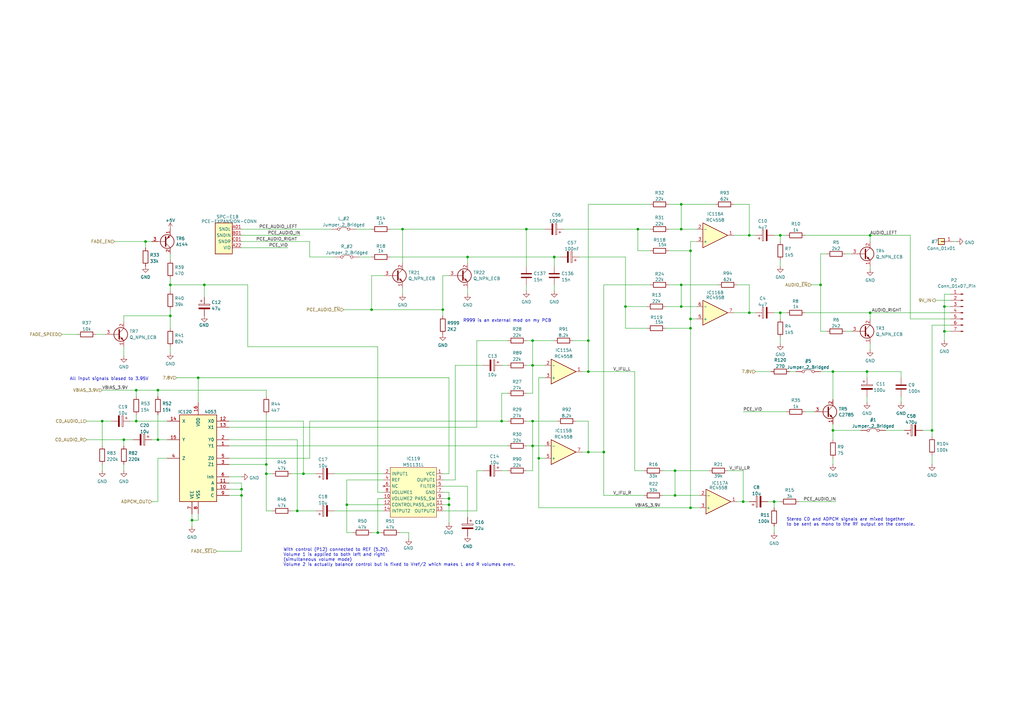
<source format=kicad_sch>
(kicad_sch (version 20250114) (generator "eeschema") (generator_version "9.0")
  (paper "A3")
  (title_block (title "NEC PC-Engine IFU-30 Main PCB") (date "2025-05-12") (rev "0.4") (company "Polykubos") (comment 1 "Author: Regis Galland") (comment 2 "NEC IFU-30 PCB reverse engineered schematics"))
  (text "All input signals biased to 3.95V\n" (at 28.575 156.21 0) (effects (font (size 1.27 1.27)) (justify left bottom)))
  (text "TR6 (A144) seems to be a pre-biased PNP transistor with 47kOhm on base.\nThis explain why there is no resistor between base pin and IC pin.\n\nIn normal operation, IC113_P79 is high and C12 charges quickly to 5V in about 75ms\nas the time constant is close to R39 * C12 = 470 * 47 * 10-6 = 22 ms\n\nWhen IC113_P79 goes low, C12 discharges via: \n1) R40 when IC113_P80 is high and TR7 is shorting R41 to ground\n	t1 = R40 * C12 = 39000 * 47 * 10-6 = 1.8s\n2) R40 and R41 as TR7 is open \n	t2 = (R40+R41) * C12 = 121000 * 47 * 10-6 = 5.687s\n\nIf we consider that it take 3 t to go to 0V, it will take 4.6s with t1 and 17s with t2.\n\nAttenuation is M51131 is almost linear at -20dB/680ms for t1 and -20dB/2190ms for t2.\nHowever attenuation does not start until VC12 drops below 4.2V which takes 310ms with t1 and 920ms with t2 and\nattenuation is a bit softer before it reaches -20dB.\n\nWith regards to register 180F, we can conclude that:\n- P81 =~{b3}; when b3 = 0 , bit2 = P80, bit1 = ~{P79}. Other bits don't do anything.\n\n" (at 19.685 -5.08 0) (effects (font (size 1.27 1.27)) (justify left bottom)))
  (text "text to paste into https://latex2png.com/ to have nice equations\n\nV_{BIAS} = \\frac{R20}{R20 + R19} \\times (9V - V_{D1} - V_{TR2 BE}) \\\\\nV_{BIAS} = \\frac{10k}{10k + 10k} \\times 7.9 \\\\\nV_{BIAS} = 1/2 \\times 7.9 \\\\\nV_{BIAS} = 3.95V\n\nIC117A calculations\n\nAt DC level\n\\frac{V_{IFUL}/R16 + V_{IFUR}/R22 + V_{IFULR}/R21}{1/R16 + 1/R22 + 1/R21} = V_{BIAS} \\\\\n\\frac{3.95/33k + 3.95/33k + V_{IFULR}/39k}{1/33k + 1/33k + 1/39k} = 3.95 \\\\\nV_{IFULR} = 39k \\times 3.95 \\times (1/11.595k - 1/33K - 1/33K) \\\\\nV_{IFULR} = 3.95V\n\nAt AC level\n\\frac{V_{IFUL}/R16 + V_{IFUR}/R22 + V_{IFULR}/R21}{1/R16 + 1/R22 + 1/R21} = 0 \\\\\nV_{IFUL}/R16 + V_{IFUR}/R22 + V_{IFULR}/R21 = 0 \\\\\nV_{IFUL}/33k + V_{IFUR}/33k + V_{IFULR}/39k = 0 \\\\\nV_{IFULR} = - V_{IFUR} \\times 39/33 - V_{IFUR} \\times 39/33\n\nGain is 39/33 = 1.18" (at 248.285 344.17 0) (effects (font (size 1.27 1.27)) (justify left bottom)))
  (text "Stereo CD and ADPCM signals are mixed together \nto be sent as mono to the RF output on the console." (at 322.58 215.9 0) (effects (font (size 1.27 1.27)) (justify left bottom)))
  (text "text to paste into https://latex2png.com/ to have nice equations\n\nIC116A & IC116B calculations\n\nAt DC level\n\\frac{V_{IFUL}/R32 + V_{BIAS}/(R118+R31) + V_{AUDIOL}/R93}{1/R32 + 1/(R118+R31) + 1/R93} = V_{BIAS} \\\\\n\\frac{3.95/22k + 3.95/(15k+22k) + V_{AUDIOL}/62k} = 3.95 \\times (1/22k + 1/(15k+22k) + 1/62) \\\\\nV_{AUDIOL} = 62k \\times 3.95 \\times (1/11.285k - 1/22K - 1/37K) \\\\\nV_{IFULR} = 3.95V\n\nAt AC level\n\\frac{V_{IFUL}/R32 + V_{PCEL}/R31 + V_{AUDIOL}/R93}{1/R32 + 1/R31 + 1/R93} = 0 \\\\\nV_{IFUL}/R32 + V_{PCEL}/R31 + V_{AUDIOL}/R93 = 0 \\\\\nV_{AUDIOL} = - R93 \\times (V_{IFUL}/R32 + V_{PCEL}/R31) \\\\\nV_{AUDIOL} = - V_{IFUL} \\times 62/22 - V_{PCEL} \\times 62/22 \\\\\n\nGain is 62/22 = 2.818\n\nMultiplied by previous gain, we get 8.2/22 * 62/22 = 1.05 close enough to 1 (by 5%)" (at 260.35 -6.35 0) (effects (font (size 1.27 1.27)) (justify left bottom)))
  (text "With control (P12) connected to REF (5.2V),\nVolume 1 is applied to both left and right\n(simultaneous volume mode)\nVolume 2 is actually balance control but is fixed to Vref/2 which makes L and R volumes even." (at 116.205 232.41 0) (effects (font (size 1.27 1.27)) (justify left bottom)))
  (text "R999 is an external mod on my PCB" (at 208.026 131.572 0) (effects (font (size 1.27 1.27))))
  (junction (at 59.69 99.06))
  (junction (at 227.33 105.41))
  (junction (at 99.06 203.2))
  (junction (at 142.24 207.01))
  (junction (at 152.4 127))
  (junction (at 320.04 96.52))
  (junction (at 184.15 204.47))
  (junction (at 279.4 116.84))
  (junction (at 218.44 172.72))
  (junction (at 320.04 128.27))
  (junction (at 276.86 203.2))
  (junction (at 83.82 116.84))
  (junction (at 55.88 172.72))
  (junction (at 341.63 152.4))
  (junction (at 283.21 134.62))
  (junction (at 341.63 176.53))
  (junction (at 336.55 116.84))
  (junction (at 181.61 127))
  (junction (at 387.35 125.73))
  (junction (at 241.3 185.42))
  (junction (at 317.5 205.74))
  (junction (at 69.85 129.54))
  (junction (at 78.74 213.36))
  (junction (at 387.35 135.89))
  (junction (at 64.77 180.34))
  (junction (at 307.34 96.52))
  (junction (at 356.87 96.52))
  (junction (at 99.06 200.66))
  (junction (at 218.44 182.88))
  (junction (at 50.8 180.34))
  (junction (at 382.27 176.53))
  (junction (at 279.4 125.73))
  (junction (at 64.77 160.02))
  (junction (at 124.46 194.31))
  (junction (at 55.88 160.02))
  (junction (at 154.94 218.44))
  (junction (at 220.98 187.96))
  (junction (at 215.9 93.98))
  (junction (at 356.87 128.27))
  (junction (at 279.4 93.98))
  (junction (at 276.86 193.04))
  (junction (at 304.8 205.74))
  (junction (at 191.77 105.41))
  (junction (at 283.21 130.81))
  (junction (at 307.34 128.27))
  (junction (at 256.54 125.73))
  (junction (at 218.44 139.7))
  (junction (at 261.62 93.98))
  (junction (at 41.91 172.72))
  (junction (at 205.74 172.72))
  (junction (at 109.22 194.31))
  (junction (at 184.15 207.01))
  (junction (at 283.21 208.28))
  (junction (at 81.28 154.94))
  (junction (at 69.85 116.84))
  (junction (at 165.1 93.98))
  (junction (at 283.21 102.87))
  (junction (at 241.3 139.7))
  (junction (at 218.44 149.86))
  (junction (at 121.92 209.55))
  (junction (at 247.65 185.42))
  (junction (at 241.3 152.4))
  (junction (at 279.4 83.82))
  (junction (at 355.6 152.4))
  (junction (at 109.22 190.5))
  (wire (pts (xy 64.77 160.02) (xy 64.77 162.56)))
  (wire (pts (xy 64.77 187.96) (xy 68.58 187.96)))
  (wire (pts (xy 195.58 193.04) (xy 198.12 193.04)))
  (wire (pts (xy 83.82 116.84) (xy 83.82 121.92)))
  (wire (pts (xy 320.04 140.97) (xy 320.04 138.43)))
  (wire (pts (xy 160.02 105.41) (xy 191.77 105.41)))
  (wire (pts (xy 78.74 213.36) (xy 81.28 213.36)))
  (wire (pts (xy 215.9 172.72) (xy 218.44 172.72)))
  (wire (pts (xy 279.4 83.82) (xy 279.4 93.98)))
  (wire (pts (xy 99.06 203.2) (xy 99.06 200.66)))
  (wire (pts (xy 326.39 152.4) (xy 323.85 152.4)))
  (wire (pts (xy 215.9 93.98) (xy 215.9 109.22)))
  (wire (pts (xy 241.3 185.42) (xy 238.76 185.42)))
  (wire (pts (xy 78.74 213.36) (xy 78.74 215.9)))
  (wire (pts (xy 247.65 116.84) (xy 247.65 185.42)))
  (wire (pts (xy 317.5 215.9) (xy 317.5 218.44)))
  (wire (pts (xy 184.15 204.47) (xy 184.15 207.01)))
  (wire (pts (xy 307.34 128.27) (xy 309.88 128.27)))
  (wire (pts (xy 181.61 204.47) (xy 184.15 204.47)))
  (wire (pts (xy 241.3 172.72) (xy 241.3 185.42)))
  (wire (pts (xy 184.15 201.93) (xy 184.15 204.47)))
  (wire (pts (xy 317.5 205.74) (xy 320.04 205.74)))
  (wire (pts (xy 320.04 128.27) (xy 322.58 128.27)))
  (wire (pts (xy 157.48 201.93) (xy 154.94 201.93)))
  (wire (pts (xy 336.55 135.89) (xy 339.09 135.89)))
  (wire (pts (xy 109.22 190.5) (xy 109.22 194.31)))
  (wire (pts (xy 336.55 152.4) (xy 341.63 152.4)))
  (wire (pts (xy 184.15 194.31) (xy 181.61 194.31)))
  (wire (pts (xy 283.21 130.81) (xy 283.21 134.62)))
  (wire (pts (xy 231.14 93.98) (xy 261.62 93.98)))
  (wire (pts (xy 69.85 116.84) (xy 69.85 119.38)))
  (wire (pts (xy 167.64 218.44) (xy 167.64 220.98)))
  (wire (pts (xy 241.3 139.7) (xy 241.3 152.4)))
  (wire (pts (xy 191.77 118.11) (xy 191.77 120.65)))
  (wire (pts (xy 304.8 193.04) (xy 304.8 205.74)))
  (wire (pts (xy 356.87 128.27) (xy 356.87 130.81)))
  (wire (pts (xy 81.28 154.94) (xy 81.28 165.1)))
  (wire (pts (xy 271.78 203.2) (xy 276.86 203.2)))
  (wire (pts (xy 50.8 129.54) (xy 69.85 129.54)))
  (wire (pts (xy 205.74 161.29) (xy 205.74 172.72)))
  (wire (pts (xy 69.85 127) (xy 69.85 129.54)))
  (wire (pts (xy 127 187.96) (xy 127 172.72)))
  (wire (pts (xy 181.61 127) (xy 181.61 129.54)))
  (wire (pts (xy 195.58 209.55) (xy 195.58 193.04)))
  (wire (pts (xy 152.4 218.44) (xy 154.94 218.44)))
  (wire (pts (xy 238.76 152.4) (xy 241.3 152.4)))
  (wire (pts (xy 304.8 205.74) (xy 307.34 205.74)))
  (wire (pts (xy 50.8 146.05) (xy 50.8 142.24)))
  (wire (pts (xy 88.9 226.06) (xy 99.06 226.06)))
  (wire (pts (xy 320.04 128.27) (xy 320.04 130.81)))
  (wire (pts (xy 387.35 120.65) (xy 387.35 125.73)))
  (wire (pts (xy 330.2 168.91) (xy 334.01 168.91)))
  (wire (pts (xy 302.26 116.84) (xy 307.34 116.84)))
  (wire (pts (xy 316.23 152.4) (xy 309.88 152.4)))
  (wire (pts (xy 215.9 161.29) (xy 218.44 161.29)))
  (wire (pts (xy 356.87 140.97) (xy 356.87 143.51)))
  (wire (pts (xy 355.6 152.4) (xy 355.6 154.94)))
  (wire (pts (xy 81.28 154.94) (xy 184.15 154.94)))
  (wire (pts (xy 279.4 125.73) (xy 285.75 125.73)))
  (wire (pts (xy 241.3 152.4) (xy 260.35 152.4)))
  (wire (pts (xy 369.57 152.4) (xy 355.6 152.4)))
  (wire (pts (xy 387.35 135.89) (xy 387.35 139.7)))
  (wire (pts (xy 389.89 135.89) (xy 387.35 135.89)))
  (wire (pts (xy 142.24 196.85) (xy 157.48 196.85)))
  (wire (pts (xy 260.35 193.04) (xy 264.16 193.04)))
  (wire (pts (xy 55.88 160.02) (xy 55.88 162.56)))
  (wire (pts (xy 307.34 96.52) (xy 309.88 96.52)))
  (wire (pts (xy 93.98 203.2) (xy 99.06 203.2)))
  (wire (pts (xy 152.4 127) (xy 140.97 127)))
  (wire (pts (xy 55.88 172.72) (xy 68.58 172.72)))
  (wire (pts (xy 363.22 176.53) (xy 370.84 176.53)))
  (wire (pts (xy 215.9 119.38) (xy 215.9 116.84)))
  (wire (pts (xy 236.22 172.72) (xy 241.3 172.72)))
  (wire (pts (xy 355.6 162.56) (xy 355.6 165.1)))
  (wire (pts (xy 93.98 187.96) (xy 127 187.96)))
  (wire (pts (xy 83.82 116.84) (xy 101.6 116.84)))
  (wire (pts (xy 356.87 128.27) (xy 389.89 128.27)))
  (wire (pts (xy 186.69 196.85) (xy 186.69 149.86)))
  (wire (pts (xy 234.95 139.7) (xy 241.3 139.7)))
  (wire (pts (xy 279.4 93.98) (xy 285.75 93.98)))
  (wire (pts (xy 382.27 133.35) (xy 389.89 133.35)))
  (wire (pts (xy 369.57 152.4) (xy 369.57 154.94)))
  (wire (pts (xy 93.98 172.72) (xy 124.46 172.72)))
  (wire (pts (xy 191.77 212.09) (xy 191.77 199.39)))
  (wire (pts (xy 124.46 172.72) (xy 124.46 194.31)))
  (wire (pts (xy 205.74 161.29) (xy 208.28 161.29)))
  (wire (pts (xy 109.22 209.55) (xy 111.76 209.55)))
  (wire (pts (xy 389.89 123.19) (xy 383.54 123.19)))
  (wire (pts (xy 336.55 116.84) (xy 336.55 135.89)))
  (wire (pts (xy 119.38 209.55) (xy 121.92 209.55)))
  (wire (pts (xy 273.05 134.62) (xy 283.21 134.62)))
  (wire (pts (xy 69.85 114.3) (xy 69.85 116.84)))
  (wire (pts (xy 208.28 149.86) (xy 205.74 149.86)))
  (wire (pts (xy 317.5 205.74) (xy 317.5 208.28)))
  (wire (pts (xy 109.22 160.02) (xy 109.22 162.56)))
  (wire (pts (xy 293.37 83.82) (xy 279.4 83.82)))
  (wire (pts (xy 137.16 194.31) (xy 157.48 194.31)))
  (wire (pts (xy 72.39 154.94) (xy 81.28 154.94)))
  (wire (pts (xy 50.8 182.88) (xy 50.8 180.34)))
  (wire (pts (xy 69.85 116.84) (xy 83.82 116.84)))
  (wire (pts (xy 215.9 182.88) (xy 218.44 182.88)))
  (wire (pts (xy 283.21 208.28) (xy 283.21 134.62)))
  (wire (pts (xy 274.32 116.84) (xy 279.4 116.84)))
  (wire (pts (xy 247.65 203.2) (xy 264.16 203.2)))
  (wire (pts (xy 298.45 193.04) (xy 304.8 193.04)))
  (wire (pts (xy 218.44 149.86) (xy 218.44 161.29)))
  (wire (pts (xy 307.34 83.82) (xy 307.34 96.52)))
  (wire (pts (xy 62.23 205.74) (xy 64.77 205.74)))
  (wire (pts (xy 186.69 149.86) (xy 198.12 149.86)))
  (wire (pts (xy 142.24 207.01) (xy 157.48 207.01)))
  (wire (pts (xy 256.54 105.41) (xy 256.54 125.73)))
  (wire (pts (xy 256.54 105.41) (xy 237.49 105.41)))
  (wire (pts (xy 93.98 180.34) (xy 121.92 180.34)))
  (wire (pts (xy 339.09 104.14) (xy 336.55 104.14)))
  (wire (pts (xy 127 105.41) (xy 137.16 105.41)))
  (wire (pts (xy 349.25 104.14) (xy 346.71 104.14)))
  (wire (pts (xy 142.24 207.01) (xy 142.24 196.85)))
  (wire (pts (xy 387.35 125.73) (xy 387.35 135.89)))
  (wire (pts (xy 157.48 113.03) (xy 152.4 113.03)))
  (wire (pts (xy 330.2 96.52) (xy 356.87 96.52)))
  (wire (pts (xy 25.4 137.16) (xy 31.75 137.16)))
  (wire (pts (xy 266.7 83.82) (xy 241.3 83.82)))
  (wire (pts (xy 276.86 193.04) (xy 290.83 193.04)))
  (wire (pts (xy 165.1 93.98) (xy 165.1 107.95)))
  (wire (pts (xy 247.65 185.42) (xy 247.65 203.2)))
  (wire (pts (xy 152.4 113.03) (xy 152.4 127)))
  (wire (pts (xy 39.37 137.16) (xy 43.18 137.16)))
  (wire (pts (xy 142.24 218.44) (xy 144.78 218.44)))
  (wire (pts (xy 218.44 139.7) (xy 218.44 149.86)))
  (wire (pts (xy 147.32 105.41) (xy 152.4 105.41)))
  (wire (pts (xy 142.24 207.01) (xy 142.24 218.44)))
  (wire (pts (xy 285.75 99.06) (xy 283.21 99.06)))
  (wire (pts (xy 307.34 116.84) (xy 307.34 128.27)))
  (wire (pts (xy 389.89 120.65) (xy 387.35 120.65)))
  (wire (pts (xy 349.25 135.89) (xy 346.71 135.89)))
  (wire (pts (xy 184.15 214.63) (xy 184.15 207.01)))
  (wire (pts (xy 218.44 172.72) (xy 218.44 182.88)))
  (wire (pts (xy 124.46 194.31) (xy 129.54 194.31)))
  (wire (pts (xy 191.77 105.41) (xy 191.77 107.95)))
  (wire (pts (xy 146.05 93.98) (xy 152.4 93.98)))
  (wire (pts (xy 274.32 93.98) (xy 279.4 93.98)))
  (wire (pts (xy 227.33 105.41) (xy 227.33 109.22)))
  (wire (pts (xy 300.99 96.52) (xy 307.34 96.52)))
  (wire (pts (xy 322.58 96.52) (xy 320.04 96.52)))
  (wire (pts (xy 227.33 116.84) (xy 227.33 119.38)))
  (wire (pts (xy 320.04 96.52) (xy 320.04 99.06)))
  (wire (pts (xy 181.61 113.03) (xy 184.15 113.03)))
  (wire (pts (xy 181.61 207.01) (xy 184.15 207.01)))
  (wire (pts (xy 41.91 182.88) (xy 41.91 172.72)))
  (wire (pts (xy 218.44 149.86) (xy 215.9 149.86)))
  (wire (pts (xy 256.54 125.73) (xy 256.54 134.62)))
  (wire (pts (xy 93.98 198.12) (xy 99.06 198.12)))
  (wire (pts (xy 320.04 106.68) (xy 320.04 109.22)))
  (wire (pts (xy 99.06 101.6) (xy 118.11 101.6)))
  (wire (pts (xy 99.06 203.2) (xy 99.06 226.06)))
  (wire (pts (xy 93.98 190.5) (xy 109.22 190.5)))
  (wire (pts (xy 64.77 160.02) (xy 109.22 160.02)))
  (wire (pts (xy 382.27 176.53) (xy 378.46 176.53)))
  (wire (pts (xy 327.66 205.74) (xy 342.9 205.74)))
  (wire (pts (xy 387.35 125.73) (xy 389.89 125.73)))
  (wire (pts (xy 55.88 170.18) (xy 55.88 172.72)))
  (wire (pts (xy 274.32 102.87) (xy 283.21 102.87)))
  (wire (pts (xy 341.63 176.53) (xy 341.63 180.34)))
  (wire (pts (xy 336.55 104.14) (xy 336.55 116.84)))
  (wire (pts (xy 101.6 116.84) (xy 101.6 142.24)))
  (wire (pts (xy 273.05 125.73) (xy 279.4 125.73)))
  (wire (pts (xy 69.85 129.54) (xy 69.85 134.62)))
  (wire (pts (xy 283.21 99.06) (xy 283.21 102.87)))
  (wire (pts (xy 279.4 116.84) (xy 279.4 125.73)))
  (wire (pts (xy 181.61 201.93) (xy 184.15 201.93)))
  (wire (pts (xy 93.98 182.88) (xy 208.28 182.88)))
  (wire (pts (xy 93.98 195.58) (xy 99.06 195.58)))
  (wire (pts (xy 64.77 180.34) (xy 68.58 180.34)))
  (wire (pts (xy 300.99 128.27) (xy 307.34 128.27)))
  (wire (pts (xy 109.22 194.31) (xy 111.76 194.31)))
  (wire (pts (xy 181.61 199.39) (xy 191.77 199.39)))
  (wire (pts (xy 218.44 172.72) (xy 228.6 172.72)))
  (wire (pts (xy 41.91 190.5) (xy 41.91 193.04)))
  (wire (pts (xy 317.5 128.27) (xy 320.04 128.27)))
  (wire (pts (xy 208.28 139.7) (xy 195.58 139.7)))
  (wire (pts (xy 127 99.06) (xy 127 105.41)))
  (wire (pts (xy 62.23 99.06) (xy 59.69 99.06)))
  (wire (pts (xy 46.99 99.06) (xy 59.69 99.06)))
  (wire (pts (xy 62.23 180.34) (xy 64.77 180.34)))
  (wire (pts (xy 64.77 205.74) (xy 64.77 187.96)))
  (wire (pts (xy 220.98 154.94) (xy 220.98 187.96)))
  (wire (pts (xy 64.77 170.18) (xy 64.77 180.34)))
  (wire (pts (xy 274.32 83.82) (xy 279.4 83.82)))
  (wire (pts (xy 160.02 93.98) (xy 165.1 93.98)))
  (wire (pts (xy 369.57 162.56) (xy 369.57 165.1)))
  (wire (pts (xy 241.3 83.82) (xy 241.3 139.7)))
  (wire (pts (xy 314.96 205.74) (xy 317.5 205.74)))
  (wire (pts (xy 332.74 116.84) (xy 336.55 116.84)))
  (wire (pts (xy 215.9 139.7) (xy 218.44 139.7)))
  (wire (pts (xy 266.7 116.84) (xy 247.65 116.84)))
  (wire (pts (xy 154.94 142.24) (xy 154.94 201.93)))
  (wire (pts (xy 109.22 170.18) (xy 109.22 190.5)))
  (wire (pts (xy 271.78 193.04) (xy 276.86 193.04)))
  (wire (pts (xy 260.35 152.4) (xy 260.35 193.04)))
  (wire (pts (xy 50.8 180.34) (xy 54.61 180.34)))
  (wire (pts (xy 81.28 213.36) (xy 81.28 210.82)))
  (wire (pts (xy 69.85 104.14) (xy 69.85 106.68)))
  (wire (pts (xy 127 172.72) (xy 205.74 172.72)))
  (wire (pts (xy 341.63 176.53) (xy 353.06 176.53)))
  (wire (pts (xy 41.91 172.72) (xy 45.72 172.72)))
  (wire (pts (xy 256.54 125.73) (xy 265.43 125.73)))
  (wire (pts (xy 373.38 130.81) (xy 389.89 130.81)))
  (wire (pts (xy 241.3 185.42) (xy 247.65 185.42)))
  (wire (pts (xy 215.9 193.04) (xy 218.44 193.04)))
  (wire (pts (xy 382.27 186.69) (xy 382.27 190.5)))
  (wire (pts (xy 35.56 172.72) (xy 41.91 172.72)))
  (wire (pts (xy 165.1 93.98) (xy 215.9 93.98)))
  (wire (pts (xy 53.34 172.72) (xy 55.88 172.72)))
  (wire (pts (xy 35.56 180.34) (xy 50.8 180.34)))
  (wire (pts (xy 99.06 99.06) (xy 127 99.06)))
  (wire (pts (xy 382.27 176.53) (xy 382.27 179.07)))
  (wire (pts (xy 78.74 210.82) (xy 78.74 213.36)))
  (wire (pts (xy 283.21 102.87) (xy 283.21 130.81)))
  (wire (pts (xy 341.63 152.4) (xy 355.6 152.4)))
  (wire (pts (xy 154.94 204.47) (xy 154.94 218.44)))
  (wire (pts (xy 223.52 187.96) (xy 220.98 187.96)))
  (wire (pts (xy 373.38 96.52) (xy 356.87 96.52)))
  (wire (pts (xy 223.52 149.86) (xy 218.44 149.86)))
  (wire (pts (xy 109.22 194.31) (xy 109.22 209.55)))
  (wire (pts (xy 227.33 105.41) (xy 229.87 105.41)))
  (wire (pts (xy 266.7 93.98) (xy 261.62 93.98)))
  (wire (pts (xy 373.38 130.81) (xy 373.38 96.52)))
  (wire (pts (xy 121.92 180.34) (xy 121.92 209.55)))
  (wire (pts (xy 220.98 187.96) (xy 220.98 208.28)))
  (wire (pts (xy 218.44 193.04) (xy 218.44 182.88)))
  (wire (pts (xy 181.61 196.85) (xy 186.69 196.85)))
  (wire (pts (xy 261.62 93.98) (xy 261.62 102.87)))
  (wire (pts (xy 304.8 168.91) (xy 322.58 168.91)))
  (wire (pts (xy 50.8 129.54) (xy 50.8 132.08)))
  (wire (pts (xy 218.44 182.88) (xy 223.52 182.88)))
  (wire (pts (xy 341.63 187.96) (xy 341.63 190.5)))
  (wire (pts (xy 137.16 209.55) (xy 157.48 209.55)))
  (wire (pts (xy 215.9 93.98) (xy 223.52 93.98)))
  (wire (pts (xy 69.85 144.78) (xy 69.85 142.24)))
  (wire (pts (xy 279.4 116.84) (xy 294.64 116.84)))
  (wire (pts (xy 392.43 99.06) (xy 391.16 99.06)))
  (wire (pts (xy 265.43 134.62) (xy 256.54 134.62)))
  (wire (pts (xy 283.21 130.81) (xy 285.75 130.81)))
  (wire (pts (xy 302.26 205.74) (xy 304.8 205.74)))
  (wire (pts (xy 184.15 154.94) (xy 184.15 194.31)))
  (wire (pts (xy 99.06 200.66) (xy 93.98 200.66)))
  (wire (pts (xy 356.87 109.22) (xy 356.87 110.49)))
  (wire (pts (xy 208.28 193.04) (xy 205.74 193.04)))
  (wire (pts (xy 181.61 209.55) (xy 195.58 209.55)))
  (wire (pts (xy 223.52 154.94) (xy 220.98 154.94)))
  (wire (pts (xy 101.6 142.24) (xy 154.94 142.24)))
  (wire (pts (xy 165.1 118.11) (xy 165.1 120.65)))
  (wire (pts (xy 119.38 194.31) (xy 124.46 194.31)))
  (wire (pts (xy 121.92 209.55) (xy 129.54 209.55)))
  (wire (pts (xy 167.64 218.44) (xy 163.83 218.44)))
  (wire (pts (xy 99.06 96.52) (xy 123.19 96.52)))
  (wire (pts (xy 276.86 193.04) (xy 276.86 203.2)))
  (wire (pts (xy 220.98 208.28) (xy 283.21 208.28)))
  (wire (pts (xy 154.94 218.44) (xy 156.21 218.44)))
  (wire (pts (xy 382.27 176.53) (xy 382.27 133.35)))
  (wire (pts (xy 341.63 152.4) (xy 341.63 163.83)))
  (wire (pts (xy 152.4 127) (xy 181.61 127)))
  (wire (pts (xy 356.87 96.52) (xy 356.87 99.06)))
  (wire (pts (xy 195.58 139.7) (xy 195.58 175.26)))
  (wire (pts (xy 330.2 128.27) (xy 356.87 128.27)))
  (wire (pts (xy 341.63 173.99) (xy 341.63 176.53)))
  (wire (pts (xy 300.99 83.82) (xy 307.34 83.82)))
  (wire (pts (xy 191.77 105.41) (xy 227.33 105.41)))
  (wire (pts (xy 50.8 193.04) (xy 50.8 190.5)))
  (wire (pts (xy 181.61 127) (xy 181.61 113.03)))
  (wire (pts (xy 283.21 208.28) (xy 287.02 208.28)))
  (wire (pts (xy 276.86 203.2) (xy 287.02 203.2)))
  (wire (pts (xy 205.74 172.72) (xy 208.28 172.72)))
  (wire (pts (xy 261.62 102.87) (xy 266.7 102.87)))
  (wire (pts (xy 59.69 99.06) (xy 59.69 101.6)))
  (wire (pts (xy 157.48 204.47) (xy 154.94 204.47)))
  (wire (pts (xy 93.98 175.26) (xy 195.58 175.26)))
  (wire (pts (xy 99.06 93.98) (xy 135.89 93.98)))
  (wire (pts (xy 41.91 160.02) (xy 55.88 160.02)))
  (wire (pts (xy 218.44 139.7) (xy 227.33 139.7)))
  (wire (pts (xy 55.88 160.02) (xy 64.77 160.02)))
  (wire (pts (xy 99.06 198.12) (xy 99.06 200.66)))
  (wire (pts (xy 317.5 96.52) (xy 320.04 96.52)))
  (label "PCE_VID" (at 304.8 168.91 0))
  (label "PCE_AUDIO_IN" (at 123.19 96.52 180))
  (label "VBIAS_3.9V" (at 260.35 208.28 0))
  (label "PCE_VID" (at 118.11 101.6 180))
  (label "V_IFU_LR" (at 299.085 193.04 0))
  (label "PCE_AUDIO_IN" (at 342.9 205.74 180))
  (label "AUDIO_LEFT" (at 356.87 96.52 0))
  (label "V_IFU_L" (at 251.46 152.4 0))
  (label "PCE_AUDIO_LEFT" (at 121.92 93.98 180))
  (label "PCE_AUDIO_RIGHT" (at 121.92 99.06 180))
  (label "AUDIO_RIGHT" (at 357.505 128.27 0))
  (label "VBIAS_3.9V" (at 41.91 160.02 0))
  (label "V_IFU_R" (at 251.46 203.2 0))
  (hierarchical_label "AUDIO_~{EN}" (shape input) (at 332.74 116.84 180))
  (hierarchical_label "7.8V" (shape input) (at 309.88 152.4 180))
  (hierarchical_label "CD_AUDIO_L" (shape input) (at 35.56 172.72 180))
  (hierarchical_label "FADE_EN" (shape input) (at 46.99 99.06 180))
  (hierarchical_label "FADE_~{SEL}" (shape input) (at 88.9 226.06 180))
  (hierarchical_label "ADPCM_OUT" (shape input) (at 62.23 205.74 180))
  (hierarchical_label "CD_AUDIO_R" (shape input) (at 35.56 180.34 180))
  (hierarchical_label "PCE_AUDIO_~{EN}" (shape input) (at 140.97 127 180))
  (hierarchical_label "VBIAS_3.9V" (shape input) (at 41.91 160.02 180))
  (hierarchical_label "9V_IN" (shape output) (at 383.54 123.19 180))
  (hierarchical_label "7.8V" (shape input) (at 72.39 154.94 180))
  (hierarchical_label "FADE_SPEED" (shape input) (at 25.4 137.16 180))
  (symbol (lib_id "Amplifier_Operational:RC4558") (at 294.64 205.74 0) (mirror x) (unit 1)
    (property "Reference" "IC117" (at 295.275 198.12 0))
    (property "Value" "RC4558" (at 294.64 200.025 0))
    (property "Datasheet" "http://www.ti.com/lit/ds/symlink/rc4558.pdf" (effects (hide yes)))
    (property "Description" "Dual General Purpose, Operational Amplifier, DIP-8/SOIC-8/SSOP-8" (effects (hide yes)))
  )
  (symbol (lib_id "Device:R") (at 342.9 135.89 270) (unit 1)
    (property "Reference" "R6" (at 342.9 131.1742 90))
    (property "Value" "2k2" (at 342.9 133.7111 90))
    (property "Description" "Resistor" (effects (hide yes)))
  )
  (symbol (lib_id "power:GND") (at 387.35 139.7 0) (unit 1)
    (property "Reference" "#PWR0201" (effects (hide yes)))
    (property "Value" "GND" (at 387.35 144.1434 0))
    (property "Description" "Power symbol creates a global label with name \"GND\" , ground" (effects (hide yes)))
  )
  (symbol (lib_id "Device:R") (at 320.04 102.87 0) (unit 1)
    (property "Reference" "R7" (at 321.818 102.0353 0) (effects (justify left)))
    (property "Value" "1k5" (at 321.818 104.5722 0) (effects (justify left)))
    (property "Description" "Resistor" (effects (hide yes)))
  )
  (symbol (lib_id "Transistor_BJT:Q_NPN_ECB") (at 354.33 104.14 0) (unit 1)
    (property "Reference" "TR4" (at 359.1814 102.9278 0) (effects (justify left)))
    (property "Value" "Q_NPN_ECB" (at 359.1814 105.3521 0) (effects (justify left)))
    (property "Description" "NPN transistor, emitter/collector/base" (effects (hide yes)))
  )
  (symbol (lib_id "Device:R") (at 298.45 116.84 90) (unit 1)
    (property "Reference" "R94" (at 298.45 112.1242 90))
    (property "Value" "62k" (at 298.45 114.6611 90))
    (property "Description" "Resistor" (effects (hide yes)))
  )
  (symbol (lib_id "Device:R") (at 55.88 166.37 180) (unit 1)
    (property "Reference" "R53" (at 57.658 165.5353 0) (effects (justify right)))
    (property "Value" "15k" (at 57.658 168.0722 0) (effects (justify right)))
    (property "Description" "Resistor" (effects (hide yes)))
  )
  (symbol (lib_id "power:GND") (at 191.77 120.65 0) (unit 1)
    (property "Reference" "#PWR0207" (effects (hide yes)))
    (property "Value" "GND" (at 191.77 125.0934 0))
    (property "Description" "Power symbol creates a global label with name \"GND\" , ground" (effects (hide yes)))
  )
  (symbol (lib_id "4xxx:4053") (at 81.28 187.96 0) (mirror y) (unit 1)
    (property "Reference" "IC120" (at 73.025 168.91 0) (effects (justify right)))
    (property "Value" "4053" (at 83.82 168.91 0) (effects (justify right)))
    (property "Datasheet" "http://www.intersil.com/content/dam/Intersil/documents/cd40/cd4051bms-52bms-53bms.pdf" (effects (hide yes)))
    (property "Description" "Triple analog Multiplexer 2 to 1 line" (effects (hide yes)))
  )
  (symbol (lib_id "power:GND") (at 191.77 219.71 0) (unit 1)
    (property "Reference" "#PWR0194" (effects (hide yes)))
    (property "Value" "GND" (at 191.77 224.1534 0))
    (property "Description" "Power symbol creates a global label with name \"GND\" , ground" (effects (hide yes)))
  )
  (symbol (lib_id "Device:R") (at 297.18 83.82 90) (unit 1)
    (property "Reference" "R93" (at 297.18 79.1042 90))
    (property "Value" "62k" (at 297.18 81.6411 90))
    (property "Description" "Resistor" (effects (hide yes)))
  )
  (symbol (lib_id "Device:R") (at 212.09 149.86 270) (unit 1)
    (property "Reference" "R89" (at 210.185 144.78 90) (effects (justify left)))
    (property "Value" "22k" (at 210.185 147.32 90) (effects (justify left)))
    (property "Description" "Resistor" (effects (hide yes)))
  )
  (symbol (lib_id "Device:R") (at 156.21 93.98 90) (unit 1)
    (property "Reference" "R14" (at 156.21 89.535 90))
    (property "Value" "1k" (at 156.21 91.44 90))
    (property "Description" "Resistor" (effects (hide yes)))
  )
  (symbol (lib_id "Device:R") (at 181.61 133.35 180) (unit 1)
    (property "Reference" "R999" (at 183.388 132.5153 0) (effects (justify right)))
    (property "Value" "2K2" (at 183.388 135.0522 0) (effects (justify right)))
    (property "Description" "Resistor" (effects (hide yes)))
  )
  (symbol (lib_id "Device:C_Polarized") (at 311.15 205.74 90) (unit 1)
    (property "Reference" "C8" (at 310.261 199.8812 90))
    (property "Value" "10u" (at 310.261 202.4181 90))
    (property "Description" "Polarized capacitor" (effects (hide yes)))
  )
  (symbol (lib_id "Amplifier_Operational:RC4558") (at 293.37 96.52 0) (mirror x) (unit 1)
    (property "Reference" "IC116" (at 293.37 87.7402 0))
    (property "Value" "RC4558" (at 293.37 90.2771 0))
    (property "Datasheet" "http://www.ti.com/lit/ds/symlink/rc4558.pdf" (effects (hide yes)))
    (property "Description" "Dual General Purpose, Operational Amplifier, DIP-8/SOIC-8/SSOP-8" (effects (hide yes)))
  )
  (symbol (lib_id "Device:C") (at 215.9 113.03 0) (unit 1)
    (property "Reference" "C137" (at 218.821 112.1953 0) (effects (justify left)))
    (property "Value" "15n" (at 218.821 114.7322 0) (effects (justify left)))
    (property "Description" "Unpolarized capacitor" (effects (hide yes)))
  )
  (symbol (lib_id "Device:R") (at 270.51 102.87 90) (unit 1)
    (property "Reference" "R118" (at 267.97 98.425 90) (effects (justify right)))
    (property "Value" "15k" (at 269.875 100.33 90) (effects (justify right)))
    (property "Description" "Resistor" (effects (hide yes)))
  )
  (symbol (lib_id "Device:R") (at 148.59 218.44 90) (unit 1)
    (property "Reference" "R50" (at 148.59 213.7242 90))
    (property "Value" "47k" (at 148.59 216.2611 90))
    (property "Description" "Resistor" (effects (hide yes)))
  )
  (symbol (lib_id "Device:C_Polarized") (at 83.82 125.73 0) (unit 1)
    (property "Reference" "C12" (at 86.741 124.0063 0) (effects (justify left)))
    (property "Value" "47u" (at 86.741 126.5432 0) (effects (justify left)))
    (property "Description" "Polarized capacitor" (effects (hide yes)))
  )
  (symbol (lib_id "Device:R") (at 267.97 203.2 90) (unit 1)
    (property "Reference" "R22" (at 267.97 198.4842 90))
    (property "Value" "33k" (at 267.97 201.0211 90))
    (property "Description" "Resistor" (effects (hide yes)))
  )
  (symbol (lib_id "Device:C_Polarized") (at 233.68 105.41 270) (mirror x) (unit 1)
    (property "Reference" "C57" (at 234.569 99.5512 90))
    (property "Value" "100nF" (at 234.569 102.0881 90))
    (property "Description" "Polarized capacitor" (effects (hide yes)))
  )
  (symbol (lib_id "power:GND") (at 165.1 120.65 0) (unit 1)
    (property "Reference" "#PWR0206" (effects (hide yes)))
    (property "Value" "GND" (at 165.1 125.0934 0))
    (property "Description" "Power symbol creates a global label with name \"GND\" , ground" (effects (hide yes)))
  )
  (symbol (lib_id "Jumper:Jumper_2_Bridged") (at 358.14 176.53 0) (unit 1)
    (property "Reference" "#1" (at 358.14 172.1952 0))
    (property "Value" "Jumper_2_Bridged" (at 358.14 174.7321 0))
    (property "Description" "Jumper, 2-pole, closed/bridged" (effects (hide yes)))
  )
  (symbol (lib_id "Device:R") (at 69.85 123.19 180) (unit 1)
    (property "Reference" "R40" (at 71.628 122.3553 0) (effects (justify right)))
    (property "Value" "39k" (at 71.628 124.8922 0) (effects (justify right)))
    (property "Description" "Resistor" (effects (hide yes)))
  )
  (symbol (lib_id "Device:C_Polarized") (at 374.65 176.53 90) (unit 1)
    (property "Reference" "C58" (at 373.761 170.6712 90))
    (property "Value" "470u" (at 373.761 173.2081 90))
    (property "Description" "Polarized capacitor" (effects (hide yes)))
  )
  (symbol (lib_id "Device:R") (at 231.14 139.7 90) (unit 1)
    (property "Reference" "R91" (at 231.14 134.9842 90))
    (property "Value" "8.2k" (at 231.14 137.5211 90))
    (property "Description" "Resistor" (effects (hide yes)))
  )
  (symbol (lib_id "power:GND") (at 69.85 144.78 0) (unit 1)
    (property "Reference" "#PWR0211" (effects (hide yes)))
    (property "Value" "GND" (at 69.85 149.2234 0))
    (property "Description" "Power symbol creates a global label with name \"GND\" , ground" (effects (hide yes)))
  )
  (symbol (lib_id "Amplifier_Operational:RC4558") (at 231.14 185.42 0) (mirror x) (unit 2)
    (property "Reference" "IC115" (at 231.14 176.6402 0))
    (property "Value" "RC4558" (at 231.14 179.1771 0))
    (property "Datasheet" "http://www.ti.com/lit/ds/symlink/rc4558.pdf" (effects (hide yes)))
    (property "Description" "Dual General Purpose, Operational Amplifier, DIP-8/SOIC-8/SSOP-8" (effects (hide yes)))
  )
  (symbol (lib_id "Device:R") (at 323.85 205.74 270) (mirror x) (unit 1)
    (property "Reference" "R15" (at 323.85 201.0242 90))
    (property "Value" "3k" (at 323.85 203.5611 90))
    (property "Description" "Resistor" (effects (hide yes)))
  )
  (symbol (lib_id "Device:R") (at 160.02 218.44 270) (unit 1)
    (property "Reference" "R51" (at 160.02 213.7242 90))
    (property "Value" "47k" (at 160.02 216.2611 90))
    (property "Description" "Resistor" (effects (hide yes)))
  )
  (symbol (lib_id "Device:R") (at 109.22 166.37 0) (unit 1)
    (property "Reference" "R44" (at 111.125 165.735 0) (effects (justify left)))
    (property "Value" "4k7" (at 111.125 168.2719 0) (effects (justify left)))
    (property "Description" "Resistor" (effects (hide yes)))
  )
  (symbol (lib_id "Device:R") (at 270.51 116.84 90) (unit 1)
    (property "Reference" "R24" (at 270.51 112.395 90))
    (property "Value" "22k" (at 270.51 114.6611 90))
    (property "Description" "Resistor" (effects (hide yes)))
  )
  (symbol (lib_id "Jumper:Jumper_2_Bridged") (at 140.97 93.98 0) (unit 1)
    (property "Reference" "L_#2" (at 140.97 89.6452 0))
    (property "Value" "Jumper_2_Bridged" (at 140.97 92.1821 0))
    (property "Description" "Jumper, 2-pole, closed/bridged" (effects (hide yes)))
  )
  (symbol (lib_id "Device:R") (at 212.09 172.72 90) (unit 1)
    (property "Reference" "R29" (at 212.09 168.0042 90))
    (property "Value" "27k" (at 212.09 170.5411 90))
    (property "Description" "Resistor" (effects (hide yes)))
  )
  (symbol (lib_id "power:GND") (at 320.04 140.97 0) (unit 1)
    (property "Reference" "#PWR0196" (effects (hide yes)))
    (property "Value" "GND" (at 320.04 145.415 0))
    (property "Description" "Power symbol creates a global label with name \"GND\" , ground" (effects (hide yes)))
  )
  (symbol (lib_id "power:GND") (at 50.8 146.05 0) (unit 1)
    (property "Reference" "#PWR0210" (effects (hide yes)))
    (property "Value" "GND" (at 50.8 150.4934 0))
    (property "Description" "Power symbol creates a global label with name \"GND\" , ground" (effects (hide yes)))
  )
  (symbol (lib_id "Device:R") (at 232.41 172.72 90) (unit 1)
    (property "Reference" "R92" (at 232.41 168.0042 90))
    (property "Value" "8.2k" (at 232.41 170.5411 90))
    (property "Description" "Resistor" (effects (hide yes)))
  )
  (symbol (lib_id "power:GND") (at 392.43 99.06 90) (unit 1)
    (property "Reference" "#PWR0203" (effects (hide yes)))
    (property "Value" "GND" (at 395.605 99.4938 90) (effects (justify right)))
    (property "Description" "Power symbol creates a global label with name \"GND\" , ground" (effects (hide yes)))
  )
  (symbol (lib_id "Device:R") (at 320.04 134.62 0) (unit 1)
    (property "Reference" "R4" (at 321.818 133.7853 0) (effects (justify left)))
    (property "Value" "1k5" (at 321.818 136.3222 0) (effects (justify left)))
    (property "Description" "Resistor" (effects (hide yes)))
  )
  (symbol (lib_id "Device:R") (at 320.04 152.4 90) (unit 1)
    (property "Reference" "R120" (at 320.04 147.6842 90))
    (property "Value" "270" (at 320.04 150.2211 90))
    (property "Description" "Resistor" (effects (hide yes)))
  )
  (symbol (lib_id "Device:R") (at 212.09 139.7 270) (unit 1)
    (property "Reference" "R28" (at 212.09 134.9842 90))
    (property "Value" "22k" (at 212.09 137.5211 90))
    (property "Description" "Resistor" (effects (hide yes)))
  )
  (symbol (lib_id "power:GND") (at 320.04 109.22 0) (unit 1)
    (property "Reference" "#PWR0198" (effects (hide yes)))
    (property "Value" "GND" (at 320.04 113.6634 0))
    (property "Description" "Power symbol creates a global label with name \"GND\" , ground" (effects (hide yes)))
  )
  (symbol (lib_id "Jumper:Jumper_2_Bridged") (at 142.24 105.41 0) (unit 1)
    (property "Reference" "R_#2" (at 142.24 101.0752 0))
    (property "Value" "Jumper_2_Bridged" (at 142.24 103.6121 0))
    (property "Description" "Jumper, 2-pole, closed/bridged" (effects (hide yes)))
  )
  (symbol (lib_id "Device:R") (at 326.39 128.27 90) (unit 1)
    (property "Reference" "R8" (at 326.263 123.571 90))
    (property "Value" "1k" (at 326.39 125.73 90))
    (property "Description" "Resistor" (effects (hide yes)))
  )
  (symbol (lib_id "power:GND") (at 50.8 193.04 0) (unit 1)
    (property "Reference" "#PWR0213" (effects (hide yes)))
    (property "Value" "GND" (at 50.8 197.4834 0))
    (property "Description" "Power symbol creates a global label with name \"GND\" , ground" (effects (hide yes)))
  )
  (symbol (lib_id "power:GND") (at 59.69 109.22 0) (unit 1)
    (property "Reference" "#PWR0215" (effects (hide yes)))
    (property "Value" "GND" (at 59.69 113.6634 0))
    (property "Description" "Power symbol creates a global label with name \"GND\" , ground" (effects (hide yes)))
  )
  (symbol (lib_id "IFU-30:PCE-EXPANSION-CONN") (at 99.06 93.98 0) (mirror y) (unit 2)
    (property "Reference" "SPC-E1" (at 93.345 88.9 0))
    (property "Value" "PCE-EXPANSION-CONN" (at 93.98 90.805 0))
    (property "Footprint" "IFU-30:PinSocket_3x23_P2.54mm_Horizontal" (effects (hide yes)))
  )
  (symbol (lib_id "power:GND") (at 382.27 190.5 0) (unit 1)
    (property "Reference" "#PWR0202" (effects (hide yes)))
    (property "Value" "GND" (at 382.27 194.9434 0))
    (property "Description" "Power symbol creates a global label with name \"GND\" , ground" (effects (hide yes)))
  )
  (symbol (lib_id "Amplifier_Operational:RC4558") (at 231.14 152.4 0) (mirror x) (unit 1)
    (property "Reference" "IC115" (at 231.14 143.6202 0))
    (property "Value" "RC4558" (at 231.14 146.1571 0))
    (property "Datasheet" "http://www.ti.com/lit/ds/symlink/rc4558.pdf" (effects (hide yes)))
    (property "Description" "Dual General Purpose, Operational Amplifier, DIP-8/SOIC-8/SSOP-8" (effects (hide yes)))
  )
  (symbol (lib_id "power:GND") (at 227.33 119.38 0) (unit 1)
    (property "Reference" "#PWR0195" (effects (hide yes)))
    (property "Value" "GND" (at 227.33 123.8234 0))
    (property "Description" "Power symbol creates a global label with name \"GND\" , ground" (effects (hide yes)))
  )
  (symbol (lib_id "Device:R") (at 35.56 137.16 270) (unit 1)
    (property "Reference" "R37" (at 35.56 132.4442 90))
    (property "Value" "10k" (at 35.56 134.9811 90))
    (property "Description" "Resistor" (effects (hide yes)))
  )
  (symbol (lib_id "power:GND") (at 355.6 165.1 0) (unit 1)
    (property "Reference" "#PWR0218" (effects (hide yes)))
    (property "Value" "GND" (at 355.6 169.5434 0))
    (property "Description" "Power symbol creates a global label with name \"GND\" , ground" (effects (hide yes)))
  )
  (symbol (lib_id "Device:R") (at 115.57 194.31 90) (unit 1)
    (property "Reference" "R45" (at 115.57 189.5942 90))
    (property "Value" "47k" (at 115.57 192.1311 90))
    (property "Description" "Resistor" (effects (hide yes)))
  )
  (symbol (lib_id "Device:C_Polarized") (at 227.33 93.98 270) (mirror x) (unit 1)
    (property "Reference" "C56" (at 228.219 88.1212 90))
    (property "Value" "100nF" (at 228.219 90.6581 90))
    (property "Description" "Polarized capacitor" (effects (hide yes)))
  )
  (symbol (lib_id "Connector:Conn_01x07_Pin") (at 394.97 128.27 0) (mirror y) (unit 1)
    (property "Reference" "P2" (at 389.89 114.935 0) (effects (justify right)))
    (property "Value" "Conn_01x07_Pin" (at 392.43 117.348 0))
    (property "Description" "Generic connector, single row, 01x07, script generated" (effects (hide yes)))
  )
  (symbol (lib_id "IFU-30:M51131L") (at 179.07 194.31 0) (mirror y) (unit 1)
    (property "Reference" "IC119" (at 169.545 188.121 0))
    (property "Value" "M51131L" (at 169.545 190.6579 0))
  )
  (symbol (lib_id "power:GND") (at 41.91 193.04 0) (unit 1)
    (property "Reference" "#PWR0212" (effects (hide yes)))
    (property "Value" "GND" (at 41.91 197.4834 0))
    (property "Description" "Power symbol creates a global label with name \"GND\" , ground" (effects (hide yes)))
  )
  (symbol (lib_id "Device:R") (at 69.85 138.43 180) (unit 1)
    (property "Reference" "R41" (at 71.628 137.5953 0) (effects (justify right)))
    (property "Value" "82k" (at 71.628 140.1322 0) (effects (justify right)))
    (property "Description" "Resistor" (effects (hide yes)))
  )
  (symbol (lib_id "Device:C") (at 369.57 158.75 180) (unit 1)
    (property "Reference" "C9" (at 372.491 157.9153 0) (effects (justify right)))
    (property "Value" "100n" (at 372.491 160.4522 0) (effects (justify right)))
    (property "Description" "Unpolarized capacitor" (effects (hide yes)))
  )
  (symbol (lib_id "Device:R") (at 50.8 186.69 180) (unit 1)
    (property "Reference" "R82" (at 52.578 185.8553 0) (effects (justify right)))
    (property "Value" "220k" (at 52.578 188.3922 0) (effects (justify right)))
    (property "Description" "Resistor" (effects (hide yes)))
  )
  (symbol (lib_id "Device:C_Polarized") (at 49.53 172.72 270) (unit 1)
    (property "Reference" "C19" (at 50.419 166.8612 90))
    (property "Value" "10u" (at 50.419 169.3981 90))
    (property "Description" "Polarized capacitor" (effects (hide yes)))
  )
  (symbol (lib_id "Device:C_Polarized") (at 133.35 209.55 90) (unit 1)
    (property "Reference" "C18" (at 132.461 203.6912 90))
    (property "Value" "10u" (at 132.461 206.2281 90))
    (property "Description" "Polarized capacitor" (effects (hide yes)))
  )
  (symbol (lib_id "Device:R") (at 294.64 193.04 90) (mirror x) (unit 1)
    (property "Reference" "R21" (at 294.64 190.5 90))
    (property "Value" "39k" (at 294.64 195.2189 90))
    (property "Description" "Resistor" (effects (hide yes)))
  )
  (symbol (lib_id "Device:R") (at 269.24 134.62 90) (unit 1)
    (property "Reference" "R119" (at 266.7 130.175 90) (effects (justify right)))
    (property "Value" "15k" (at 268.605 132.08 90) (effects (justify right)))
    (property "Description" "Resistor" (effects (hide yes)))
  )
  (symbol (lib_id "power:GND") (at 181.61 137.16 0) (unit 1)
    (property "Reference" "#PWR0209" (effects (hide yes)))
    (property "Value" "GND" (at 181.61 141.6034 0))
    (property "Description" "Power symbol creates a global label with name \"GND\" , ground" (effects (hide yes)))
  )
  (symbol (lib_id "Device:R") (at 270.51 93.98 90) (unit 1)
    (property "Reference" "R31" (at 270.51 89.2642 90))
    (property "Value" "22k" (at 270.51 91.8011 90))
    (property "Description" "Resistor" (effects (hide yes)))
  )
  (symbol (lib_id "Device:R") (at 115.57 209.55 270) (unit 1)
    (property "Reference" "R46" (at 115.57 204.8342 90))
    (property "Value" "47k" (at 115.57 207.3711 90))
    (property "Description" "Resistor" (effects (hide yes)))
  )
  (symbol (lib_id "Device:R") (at 382.27 182.88 0) (unit 1)
    (property "Reference" "R104" (at 384.048 182.0453 0) (effects (justify left)))
    (property "Value" "100k" (at 384.048 184.5822 0) (effects (justify left)))
    (property "Description" "Resistor" (effects (hide yes)))
  )
  (symbol (lib_id "Device:R") (at 270.51 83.82 90) (unit 1)
    (property "Reference" "R32" (at 270.51 79.1042 90))
    (property "Value" "22k" (at 270.51 81.6411 90))
    (property "Description" "Resistor" (effects (hide yes)))
  )
  (symbol (lib_id "Device:C") (at 227.33 113.03 0) (unit 1)
    (property "Reference" "C136" (at 230.251 112.1953 0) (effects (justify left)))
    (property "Value" "15n" (at 230.251 114.7322 0) (effects (justify left)))
    (property "Description" "Unpolarized capacitor" (effects (hide yes)))
  )
  (symbol (lib_id "power:GND") (at 99.06 195.58 90) (unit 1)
    (property "Reference" "#PWR0227" (effects (hide yes)))
    (property "Value" "GND" (at 102.235 196.0138 90) (effects (justify right)))
    (property "Description" "Power symbol creates a global label with name \"GND\" , ground" (effects (hide yes)))
  )
  (symbol (lib_id "Jumper:Jumper_2_Bridged") (at 331.47 152.4 0) (unit 1)
    (property "Reference" "#5" (at 331.47 148.0652 0))
    (property "Value" "Jumper_2_Bridged" (at 331.47 150.6021 0))
    (property "Description" "Jumper, 2-pole, closed/bridged" (effects (hide yes)))
  )
  (symbol (lib_id "power:GND") (at 83.82 129.54 0) (unit 1)
    (property "Reference" "#PWR0216" (effects (hide yes)))
    (property "Value" "GND" (at 85.725 133.35 0) (effects (justify right)))
    (property "Description" "Power symbol creates a global label with name \"GND\" , ground" (effects (hide yes)))
  )
  (symbol (lib_id "Device:R") (at 212.09 193.04 270) (unit 1)
    (property "Reference" "R90" (at 212.09 188.3242 90))
    (property "Value" "22k" (at 212.09 190.8611 90))
    (property "Description" "Resistor" (effects (hide yes)))
  )
  (symbol (lib_id "Device:C_Polarized") (at 191.77 215.9 0) (mirror y) (unit 1)
    (property "Reference" "C16" (at 194.691 214.1763 0) (effects (justify right)))
    (property "Value" "22u" (at 194.691 216.7132 0) (effects (justify right)))
    (property "Description" "Polarized capacitor" (effects (hide yes)))
  )
  (symbol (lib_id "Device:C_Polarized") (at 133.35 194.31 90) (unit 1)
    (property "Reference" "C17" (at 132.461 188.4512 90))
    (property "Value" "10u" (at 132.461 190.9881 90))
    (property "Description" "Polarized capacitor" (effects (hide yes)))
  )
  (symbol (lib_id "Transistor_BJT:Q_PNP_ECB") (at 67.31 99.06 0) (mirror x) (unit 1)
    (property "Reference" "TR6" (at 72.1614 97.8478 0) (effects (justify left)))
    (property "Value" "A144" (at 72.1614 100.2721 0) (effects (justify left)))
    (property "Description" "PNP transistor, emitter/collector/base" (effects (hide yes)))
  )
  (symbol (lib_id "Transistor_BJT:Q_NPN_ECB") (at 48.26 137.16 0) (unit 1)
    (property "Reference" "TR7" (at 53.1114 135.9478 0) (effects (justify left)))
    (property "Value" "Q_NPN_ECB" (at 53.1114 138.3721 0) (effects (justify left)))
    (property "Description" "NPN transistor, emitter/collector/base" (effects (hide yes)))
  )
  (symbol (lib_id "power:GND") (at 356.87 110.49 0) (unit 1)
    (property "Reference" "#PWR0199" (effects (hide yes)))
    (property "Value" "GND" (at 356.87 114.9334 0))
    (property "Description" "Power symbol creates a global label with name \"GND\" , ground" (effects (hide yes)))
  )
  (symbol (lib_id "power:GND") (at 184.15 214.63 0) (unit 1)
    (property "Reference" "#PWR0204" (effects (hide yes)))
    (property "Value" "GND" (at 186.055 218.44 0) (effects (justify right)))
    (property "Description" "Power symbol creates a global label with name \"GND\" , ground" (effects (hide yes)))
  )
  (symbol (lib_id "Device:R") (at 342.9 104.14 90) (unit 1)
    (property "Reference" "R5" (at 342.9 99.4242 90))
    (property "Value" "2k2" (at 342.9 101.9611 90))
    (property "Description" "Resistor" (effects (hide yes)))
  )
  (symbol (lib_id "power:GND") (at 341.63 190.5 0) (unit 1)
    (property "Reference" "#PWR0219" (effects (hide yes)))
    (property "Value" "GND" (at 341.63 194.9434 0))
    (property "Description" "Power symbol creates a global label with name \"GND\" , ground" (effects (hide yes)))
  )
  (symbol (lib_id "Device:R") (at 212.09 182.88 90) (unit 1)
    (property "Reference" "R30" (at 212.09 178.1642 90))
    (property "Value" "22k" (at 212.09 180.7011 90))
    (property "Description" "Resistor" (effects (hide yes)))
  )
  (symbol (lib_id "power:GND") (at 369.57 165.1 0) (unit 1)
    (property "Reference" "#PWR0205" (effects (hide yes)))
    (property "Value" "GND" (at 369.57 169.5434 0))
    (property "Description" "Power symbol creates a global label with name \"GND\" , ground" (effects (hide yes)))
  )
  (symbol (lib_id "Transistor_BJT:Q_NPN_ECB") (at 339.09 168.91 0) (unit 1)
    (property "Reference" "TR5" (at 343.9414 167.6978 0) (effects (justify left)))
    (property "Value" "C2785" (at 343.9414 170.1221 0) (effects (justify left)))
    (property "Description" "NPN transistor, emitter/collector/base" (effects (hide yes)))
  )
  (symbol (lib_id "Transistor_BJT:Q_NPN_ECB") (at 354.33 135.89 0) (unit 1)
    (property "Reference" "TR3" (at 359.1814 134.6778 0) (effects (justify left)))
    (property "Value" "Q_NPN_ECB" (at 359.1814 137.1021 0) (effects (justify left)))
    (property "Description" "NPN transistor, emitter/collector/base" (effects (hide yes)))
  )
  (symbol (lib_id "Device:C_Polarized") (at 58.42 180.34 270) (unit 1)
    (property "Reference" "C20" (at 59.309 174.4812 90))
    (property "Value" "10u" (at 59.309 177.0181 90))
    (property "Description" "Polarized capacitor" (effects (hide yes)))
  )
  (symbol (lib_id "Connector_Generic:Conn_01x01") (at 386.08 99.06 180) (unit 1)
    (property "Reference" "#7" (at 383.286 99.06 0))
    (property "Value" "Conn_01x01" (at 386.08 101.854 0))
    (property "Description" "Generic connector, single row, 01x01, script generated (kicad-library-utils/schlib/autogen/connector/)" (effects (hide yes)))
  )
  (symbol (lib_id "Device:R") (at 317.5 212.09 0) (mirror x) (unit 1)
    (property "Reference" "R11" (at 315.7221 211.2553 0) (effects (justify right)))
    (property "Value" "100k" (at 315.7221 213.7922 0) (effects (justify right)))
    (property "Description" "Resistor" (effects (hide yes)))
  )
  (symbol (lib_id "Device:C_Polarized") (at 313.69 96.52 90) (unit 1)
    (property "Reference" "C10" (at 312.801 90.6612 90))
    (property "Value" "4u7" (at 312.801 93.1981 90))
    (property "Description" "Polarized capacitor" (effects (hide yes)))
  )
  (symbol (lib_id "Amplifier_Operational:RC4558") (at 293.37 128.27 0) (mirror x) (unit 2)
    (property "Reference" "IC116" (at 293.37 120.015 0))
    (property "Value" "RC4558" (at 293.37 122.0271 0))
    (property "Datasheet" "http://www.ti.com/lit/ds/symlink/rc4558.pdf" (effects (hide yes)))
    (property "Description" "Dual General Purpose, Operational Amplifier, DIP-8/SOIC-8/SSOP-8" (effects (hide yes)))
  )
  (symbol (lib_id "Transistor_BJT:Q_NPN_ECB") (at 189.23 113.03 0) (unit 1)
    (property "Reference" "TR22" (at 194.0814 111.8178 0) (effects (justify left)))
    (property "Value" "Q_NPN_ECB" (at 194.0814 114.2421 0) (effects (justify left)))
    (property "Description" "NPN transistor, emitter/collector/base" (effects (hide yes)))
  )
  (symbol (lib_id "Device:R") (at 64.77 166.37 180) (unit 1)
    (property "Reference" "R52" (at 66.548 165.5353 0) (effects (justify right)))
    (property "Value" "15k" (at 66.548 168.0722 0) (effects (justify right)))
    (property "Description" "Resistor" (effects (hide yes)))
  )
  (symbol (lib_id "power:GND") (at 317.5 218.44 0) (unit 1)
    (property "Reference" "#PWR0197" (effects (hide yes)))
    (property "Value" "GND" (at 317.5 222.8834 0))
    (property "Description" "Power symbol creates a global label with name \"GND\" , ground" (effects (hide yes)))
  )
  (symbol (lib_id "power:GND") (at 78.74 215.9 0) (unit 1)
    (property "Reference" "#PWR0214" (effects (hide yes)))
    (property "Value" "GND" (at 78.74 220.3434 0))
    (property "Description" "Power symbol creates a global label with name \"GND\" , ground" (effects (hide yes)))
  )
  (symbol (lib_id "Device:R") (at 41.91 186.69 180) (unit 1)
    (property "Reference" "R83" (at 43.688 185.8553 0) (effects (justify right)))
    (property "Value" "220k" (at 43.688 188.3922 0) (effects (justify right)))
    (property "Description" "Resistor" (effects (hide yes)))
  )
  (symbol (lib_id "Device:R") (at 156.21 105.41 90) (unit 1)
    (property "Reference" "R18" (at 156.21 100.965 90))
    (property "Value" "1k" (at 156.21 102.87 90))
    (property "Description" "Resistor" (effects (hide yes)))
  )
  (symbol (lib_id "Transistor_BJT:Q_NPN_ECB") (at 162.56 113.03 0) (unit 1)
    (property "Reference" "TR21" (at 167.4114 111.8178 0) (effects (justify left)))
    (property "Value" "Q_NPN_ECB" (at 167.4114 114.2421 0) (effects (justify left)))
    (property "Description" "NPN transistor, emitter/collector/base" (effects (hide yes)))
  )
  (symbol (lib_id "Device:R") (at 212.09 161.29 270) (unit 1)
    (property "Reference" "R27" (at 212.09 156.5742 90))
    (property "Value" "27k" (at 212.09 159.1111 90))
    (property "Description" "Resistor" (effects (hide yes)))
  )
  (symbol (lib_id "Device:R") (at 69.85 110.49 0) (unit 1)
    (property "Reference" "R39" (at 71.628 109.6553 0) (effects (justify left)))
    (property "Value" "470" (at 71.628 112.1922 0) (effects (justify left)))
    (property "Description" "Resistor" (effects (hide yes)))
  )
  (symbol (lib_id "power:+5V") (at 69.85 93.98 0) (unit 1)
    (property "Reference" "#PWR0217" (effects (hide yes)))
    (property "Value" "+5V" (at 69.85 90.4042 0))
    (property "Description" "Power symbol creates a global label with name \"+5V\"" (effects (hide yes)))
  )
  (symbol (lib_id "Device:C_Polarized") (at 355.6 158.75 0) (unit 1)
    (property "Reference" "C11" (at 363.22 157.48 0) (effects (justify right)))
    (property "Value" "100u" (at 363.22 160.0169 0) (effects (justify right)))
    (property "Description" "Polarized capacitor" (effects (hide yes)))
  )
  (symbol (lib_id "Device:C_Polarized") (at 201.93 149.86 270) (unit 1)
    (property "Reference" "C13" (at 200.025 146.05 90) (effects (justify left)))
    (property "Value" "10u" (at 200.025 153.67 90) (effects (justify left)))
    (property "Description" "Polarized capacitor" (effects (hide yes)))
  )
  (symbol (lib_id "Device:R") (at 269.24 125.73 90) (unit 1)
    (property "Reference" "R13" (at 269.24 121.0142 90))
    (property "Value" "22k" (at 269.24 123.5511 90))
    (property "Description" "Resistor" (effects (hide yes)))
  )
  (symbol (lib_id "power:GND") (at 356.87 143.51 0) (unit 1)
    (property "Reference" "#PWR0200" (effects (hide yes)))
    (property "Value" "GND" (at 356.87 147.9534 0))
    (property "Description" "Power symbol creates a global label with name \"GND\" , ground" (effects (hide yes)))
  )
  (symbol (lib_id "Device:R") (at 326.39 96.52 90) (unit 1)
    (property "Reference" "R10" (at 326.39 91.8042 90))
    (property "Value" "1k" (at 326.39 94.3411 90))
    (property "Description" "Resistor" (effects (hide yes)))
  )
  (symbol (lib_id "Device:C_Polarized") (at 201.93 193.04 270) (unit 1)
    (property "Reference" "C14" (at 202.819 187.1812 90))
    (property "Value" "10u" (at 202.819 189.7181 90))
    (property "Description" "Polarized capacitor" (effects (hide yes)))
  )
  (symbol (lib_id "Device:C_Polarized") (at 313.69 128.27 90) (unit 1)
    (property "Reference" "C4" (at 312.801 122.4112 90))
    (property "Value" "4u7" (at 312.801 124.9481 90))
    (property "Description" "Polarized capacitor" (effects (hide yes)))
  )
  (symbol (lib_id "Device:R") (at 59.69 105.41 180) (unit 1)
    (property "Reference" "R33" (at 61.468 104.5753 0) (effects (justify right)))
    (property "Value" "33k" (at 61.468 107.1122 0) (effects (justify right)))
    (property "Description" "Resistor" (effects (hide yes)))
  )
  (symbol (lib_id "power:GND") (at 167.64 220.98 0) (unit 1)
    (property "Reference" "#PWR0193" (effects (hide yes)))
    (property "Value" "GND" (at 169.545 224.79 0) (effects (justify right)))
    (property "Description" "Power symbol creates a global label with name \"GND\" , ground" (effects (hide yes)))
  )
  (symbol (lib_id "Device:R") (at 267.97 193.04 90) (mirror x) (unit 1)
    (property "Reference" "R16" (at 267.97 190.5 90))
    (property "Value" "33k" (at 267.97 195.2189 90))
    (property "Description" "Resistor" (effects (hide yes)))
  )
  (symbol (lib_id "Device:R") (at 326.39 168.91 270) (unit 1)
    (property "Reference" "R35" (at 326.39 164.1942 90))
    (property "Value" "1k" (at 326.39 166.7311 90))
    (property "Description" "Resistor" (effects (hide yes)))
  )
  (symbol (lib_id "power:GND") (at 215.9 119.38 0) (unit 1)
    (property "Reference" "#PWR0208" (effects (hide yes)))
    (property "Value" "GND" (at 215.9 123.8234 0))
    (property "Description" "Power symbol creates a global label with name \"GND\" , ground" (effects (hide yes)))
  )
  (symbol (lib_id "Device:R") (at 341.63 184.15 0) (unit 1)
    (property "Reference" "R9" (at 343.408 183.3153 0) (effects (justify left)))
    (property "Value" "75" (at 343.408 185.8522 0) (effects (justify left)))
    (property "Description" "Resistor" (effects (hide yes)))
  )
)
</source>
